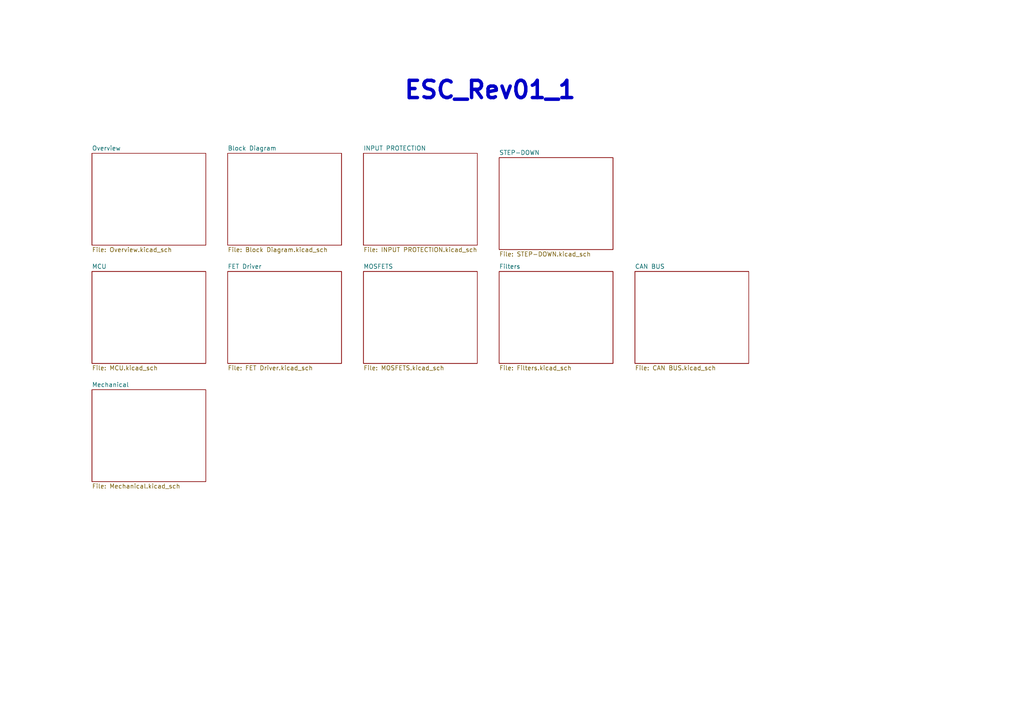
<source format=kicad_sch>
(kicad_sch (version 20230121) (generator eeschema)
  (paper "A4")
  (title_block (title "ESC_Rev01_1") (date "2024-01-06") (rev "rev01_1"))
  (lib_symbols)
  (text "${TITLE}\n" (at 116.84 29.21 0) (effects (font (size 5 5) (thickness 1) bold) (justify left bottom)))
  (sheet (at 105.41 44.45) (size 33.02 26.67) (stroke (width 0.1524))
    (property "Sheetname" "INPUT PROTECTION" (at 105.41 43.7384 0) (effects (justify left bottom)))
    (property "Sheetfile" "INPUT PROTECTION.kicad_sch" (at 105.41 71.7046 0) (effects (justify left top)))
  )
  (sheet (at 66.04 44.45) (size 33.02 26.67) (stroke (width 0.1524))
    (property "Sheetname" "Block Diagram" (at 66.04 43.7384 0) (effects (justify left bottom)))
    (property "Sheetfile" "Block Diagram.kicad_sch" (at 66.04 71.7046 0) (effects (justify left top)))
  )
  (sheet (at 26.67 78.74) (size 33.02 26.67) (stroke (width 0.1524))
    (property "Sheetname" "MCU" (at 26.67 78.0284 0) (effects (justify left bottom)))
    (property "Sheetfile" "MCU.kicad_sch" (at 26.67 105.9946 0) (effects (justify left top)))
  )
  (sheet (at 105.41 78.74) (size 33.02 26.67) (stroke (width 0.1524))
    (property "Sheetname" "MOSFETS" (at 105.41 78.0284 0) (effects (justify left bottom)))
    (property "Sheetfile" "MOSFETS.kicad_sch" (at 105.41 105.9946 0) (effects (justify left top)))
  )
  (sheet (at 184.15 78.74) (size 33.02 26.67) (stroke (width 0.1524))
    (property "Sheetname" "CAN BUS" (at 184.15 78.0284 0) (effects (justify left bottom)))
    (property "Sheetfile" "CAN BUS.kicad_sch" (at 184.15 105.9946 0) (effects (justify left top)))
  )
  (sheet (at 66.04 78.74) (size 33.02 26.67) (stroke (width 0.1524))
    (property "Sheetname" "FET Driver" (at 66.04 78.0284 0) (effects (justify left bottom)))
    (property "Sheetfile" "FET Driver.kicad_sch" (at 66.04 105.9946 0) (effects (justify left top)))
  )
  (sheet (at 144.78 45.72) (size 33.02 26.67) (stroke (width 0.1524))
    (property "Sheetname" "STEP-DOWN" (at 144.78 45.0084 0) (effects (justify left bottom)))
    (property "Sheetfile" "STEP-DOWN.kicad_sch" (at 144.78 72.9746 0) (effects (justify left top)))
  )
  (sheet (at 144.78 78.74) (size 33.02 26.67) (stroke (width 0.1524))
    (property "Sheetname" "Filters" (at 144.78 78.0284 0) (effects (justify left bottom)))
    (property "Sheetfile" "Filters.kicad_sch" (at 144.78 105.9946 0) (effects (justify left top)))
  )
  (sheet (at 26.67 44.45) (size 33.02 26.67) (stroke (width 0.1524))
    (property "Sheetname" "Overview" (at 26.67 43.7384 0) (effects (justify left bottom)))
    (property "Sheetfile" "Overview.kicad_sch" (at 26.67 71.7046 0) (effects (justify left top)))
  )
  (sheet (at 26.67 113.03) (size 33.02 26.67) (stroke (width 0.1524))
    (property "Sheetname" "Mechanical" (at 26.67 112.3184 0) (effects (justify left bottom)))
    (property "Sheetfile" "Mechanical.kicad_sch" (at 26.67 140.2846 0) (effects (justify left top)))
  )
)
</source>
